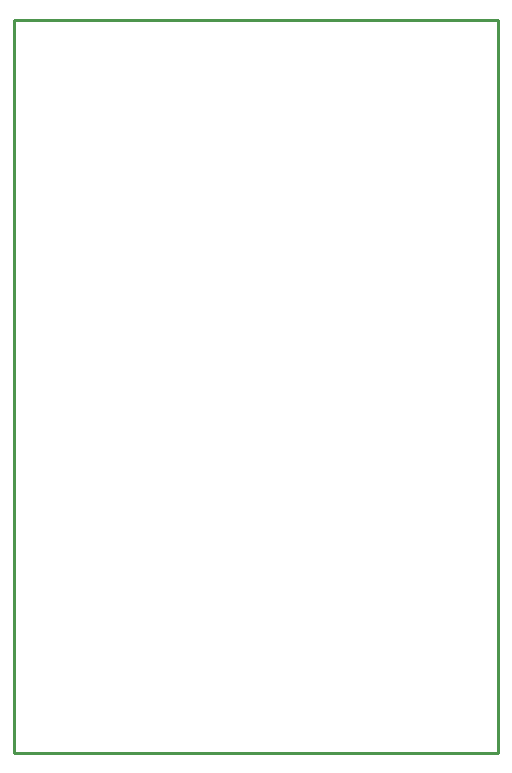
<source format=gko>
G04 Layer: BoardOutlineLayer*
G04 EasyEDA v6.5.46, 2025-08-30 12:54:10*
G04 04c061e2933c4fd480ff2fcb95437ea8,10*
G04 Gerber Generator version 0.2*
G04 Scale: 100 percent, Rotated: No, Reflected: No *
G04 Dimensions in millimeters *
G04 leading zeros omitted , absolute positions ,4 integer and 5 decimal *
%FSLAX45Y45*%
%MOMM*%

%ADD10C,0.2540*%
D10*
X7353Y-12700D02*
G01*
X4109445Y-12700D01*
X4109445Y-6222987D01*
X7353Y-6222987D01*
X7353Y-12700D01*

%LPD*%
M02*

</source>
